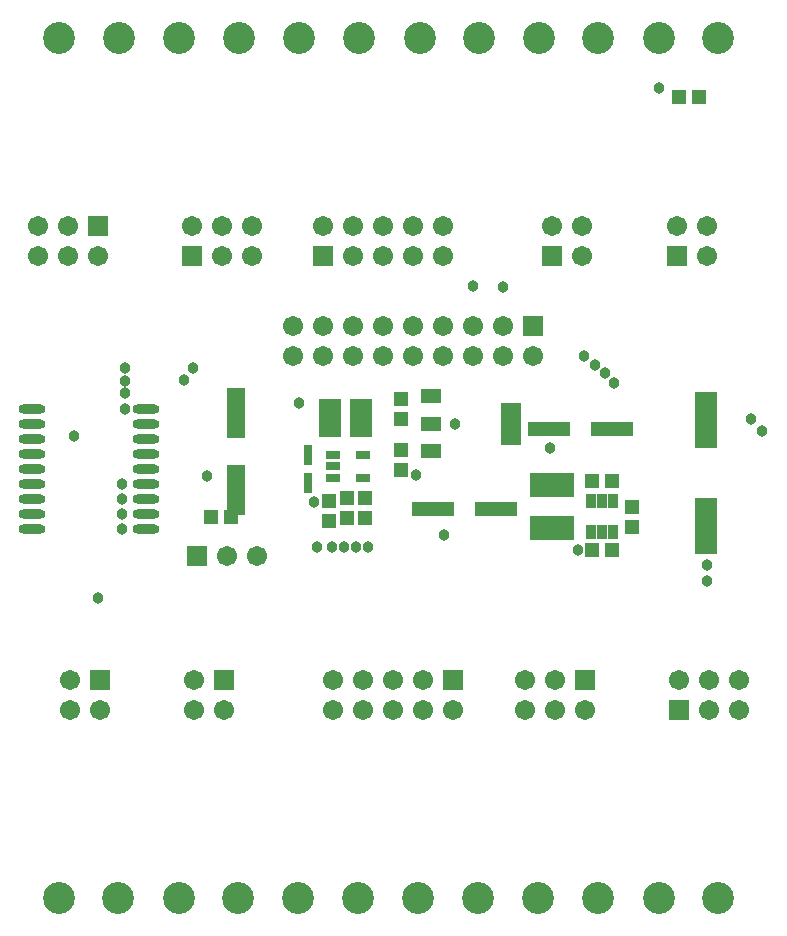
<source format=gts>
G04*
G04 #@! TF.GenerationSoftware,Altium Limited,Altium Designer,24.5.2 (23)*
G04*
G04 Layer_Color=8388736*
%FSLAX44Y44*%
%MOMM*%
G71*
G04*
G04 #@! TF.SameCoordinates,E6D3E557-3EFE-479C-B101-03A66C20DB95*
G04*
G04*
G04 #@! TF.FilePolarity,Negative*
G04*
G01*
G75*
%ADD32R,1.3032X1.2032*%
%ADD33R,1.8532X4.7032*%
%ADD34R,3.8016X2.0016*%
%ADD35R,0.9032X1.2032*%
%ADD36O,2.3032X0.7632*%
%ADD37R,1.7532X1.3032*%
%ADD38R,1.7532X1.3032*%
%ADD39R,1.7532X3.6532*%
%ADD40R,3.6016X1.3016*%
%ADD41R,1.2016X0.8016*%
%ADD42R,1.2032X1.3032*%
%ADD43R,1.9016X3.2216*%
%ADD44R,0.7532X1.6532*%
%ADD45R,1.5016X4.3016*%
%ADD46R,1.7032X1.7032*%
%ADD47C,1.7032*%
%ADD48C,2.7032*%
%ADD49C,0.9652*%
D32*
X602860Y739140D02*
D03*
X585860D02*
D03*
X529200Y414020D02*
D03*
X512200D02*
D03*
X529200Y355600D02*
D03*
X512200D02*
D03*
X189620Y383540D02*
D03*
X206620D02*
D03*
D33*
X608900Y465557D02*
D03*
Y375560D02*
D03*
D34*
X478110Y373990D02*
D03*
Y409990D02*
D03*
D35*
X511200Y370840D02*
D03*
X520700D02*
D03*
X530200D02*
D03*
X511200Y396840D02*
D03*
X520700D02*
D03*
X530200D02*
D03*
D36*
X38278Y474980D02*
D03*
Y462280D02*
D03*
Y449580D02*
D03*
Y436880D02*
D03*
Y424180D02*
D03*
Y411480D02*
D03*
Y398780D02*
D03*
Y386080D02*
D03*
Y373380D02*
D03*
X134280Y474980D02*
D03*
Y462280D02*
D03*
Y449580D02*
D03*
Y436880D02*
D03*
Y424180D02*
D03*
Y411480D02*
D03*
Y398780D02*
D03*
Y386080D02*
D03*
Y373380D02*
D03*
D37*
X375920Y485420D02*
D03*
D38*
Y462420D02*
D03*
Y439420D02*
D03*
D39*
X443420Y462420D02*
D03*
D40*
X377409Y390423D02*
D03*
X430810D02*
D03*
X475970Y457937D02*
D03*
X529371D02*
D03*
D41*
X318350Y435671D02*
D03*
Y416672D02*
D03*
X292470D02*
D03*
Y426192D02*
D03*
Y435691D02*
D03*
D42*
X320040Y382660D02*
D03*
Y399660D02*
D03*
X304800Y382660D02*
D03*
Y399660D02*
D03*
X289560Y397120D02*
D03*
Y380120D02*
D03*
X350520Y483480D02*
D03*
Y466480D02*
D03*
X546100Y375040D02*
D03*
Y392040D02*
D03*
X350520Y440300D02*
D03*
Y423300D02*
D03*
D43*
X316120Y467141D02*
D03*
X290060D02*
D03*
D44*
X271780Y435930D02*
D03*
Y412430D02*
D03*
D45*
X210820Y406400D02*
D03*
Y471744D02*
D03*
D46*
X95504Y245440D02*
D03*
X200406D02*
D03*
X394716D02*
D03*
X505968D02*
D03*
X585724Y220040D02*
D03*
X93980Y629996D02*
D03*
X173754Y604596D02*
D03*
X284480D02*
D03*
X478536D02*
D03*
X584200D02*
D03*
X462280Y544830D02*
D03*
X177800Y350520D02*
D03*
D47*
X95504Y220040D02*
D03*
X70104Y245440D02*
D03*
Y220040D02*
D03*
X200406D02*
D03*
X175006Y245440D02*
D03*
Y220040D02*
D03*
X394716D02*
D03*
X369316Y245440D02*
D03*
Y220040D02*
D03*
X343916Y245440D02*
D03*
Y220040D02*
D03*
X318516Y245440D02*
D03*
Y220040D02*
D03*
X293116Y245440D02*
D03*
Y220040D02*
D03*
X455168D02*
D03*
Y245440D02*
D03*
X480568Y220040D02*
D03*
Y245440D02*
D03*
X505968Y220040D02*
D03*
X636524Y245440D02*
D03*
Y220040D02*
D03*
X611124Y245440D02*
D03*
Y220040D02*
D03*
X585724Y245440D02*
D03*
X43180Y604596D02*
D03*
Y629996D02*
D03*
X68580Y604596D02*
D03*
Y629996D02*
D03*
X93980Y604596D02*
D03*
X224554Y629996D02*
D03*
Y604596D02*
D03*
X199154Y629996D02*
D03*
Y604596D02*
D03*
X173754Y629996D02*
D03*
X284480D02*
D03*
X309880Y604596D02*
D03*
Y629996D02*
D03*
X335280Y604596D02*
D03*
Y629996D02*
D03*
X360680Y604596D02*
D03*
Y629996D02*
D03*
X386080Y604596D02*
D03*
Y629996D02*
D03*
X478536D02*
D03*
X503936Y604596D02*
D03*
Y629996D02*
D03*
X584200D02*
D03*
X609600Y604596D02*
D03*
Y629996D02*
D03*
X462280Y519430D02*
D03*
X436880Y544830D02*
D03*
Y519430D02*
D03*
X411480Y544830D02*
D03*
Y519430D02*
D03*
X386080Y544830D02*
D03*
Y519430D02*
D03*
X360680Y544830D02*
D03*
Y519430D02*
D03*
X335280Y544830D02*
D03*
Y519430D02*
D03*
X309880Y544830D02*
D03*
Y519430D02*
D03*
X284480Y544830D02*
D03*
Y519430D02*
D03*
X259080Y544830D02*
D03*
Y519430D02*
D03*
X203200Y350520D02*
D03*
X228600D02*
D03*
D48*
X618852Y789051D02*
D03*
X568852D02*
D03*
X416414D02*
D03*
X366414D02*
D03*
X517252D02*
D03*
X467252D02*
D03*
X213360D02*
D03*
X264160D02*
D03*
X314960D02*
D03*
X162560D02*
D03*
X111760D02*
D03*
X60960D02*
D03*
X110979Y60960D02*
D03*
X60979D02*
D03*
X212198D02*
D03*
X162198D02*
D03*
X517398D02*
D03*
X466598D02*
D03*
X415798D02*
D03*
X263144D02*
D03*
X313944D02*
D03*
X364744D02*
D03*
X618598D02*
D03*
X568598D02*
D03*
D49*
X530860Y496570D02*
D03*
X568960Y746688D02*
D03*
X93831Y314996D02*
D03*
X500380Y355600D02*
D03*
X396091Y462316D02*
D03*
X363220Y419100D02*
D03*
X386666Y368240D02*
D03*
X264160Y480060D02*
D03*
X117148Y488642D02*
D03*
Y498802D02*
D03*
X114300Y373380D02*
D03*
X117148Y474980D02*
D03*
X656441Y455966D02*
D03*
X646430Y466090D02*
D03*
X476250Y441960D02*
D03*
X73660Y452120D02*
D03*
X166370Y499110D02*
D03*
X186400Y418242D02*
D03*
X514350Y511810D02*
D03*
X523240Y505460D02*
D03*
X505460Y519430D02*
D03*
X436880Y577850D02*
D03*
X411596Y578848D02*
D03*
X173990Y509270D02*
D03*
X116840D02*
D03*
X279400Y358140D02*
D03*
X292100D02*
D03*
X312420D02*
D03*
X322670Y358093D02*
D03*
X302260Y358140D02*
D03*
X114300Y386080D02*
D03*
Y398780D02*
D03*
Y411480D02*
D03*
X276860Y396240D02*
D03*
X609736Y328817D02*
D03*
X609600Y342900D02*
D03*
M02*

</source>
